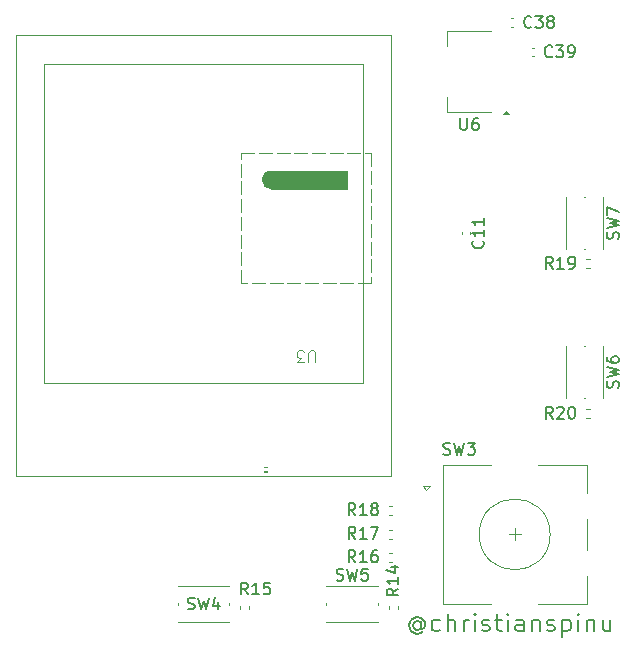
<source format=gbr>
%TF.GenerationSoftware,KiCad,Pcbnew,9.0.6*%
%TF.CreationDate,2025-12-31T21:00:04+02:00*%
%TF.ProjectId,MiPi,4d695069-2e6b-4696-9361-645f70636258,1.0*%
%TF.SameCoordinates,Original*%
%TF.FileFunction,Legend,Top*%
%TF.FilePolarity,Positive*%
%FSLAX46Y46*%
G04 Gerber Fmt 4.6, Leading zero omitted, Abs format (unit mm)*
G04 Created by KiCad (PCBNEW 9.0.6) date 2025-12-31 21:00:04*
%MOMM*%
%LPD*%
G01*
G04 APERTURE LIST*
%ADD10C,0.100000*%
%ADD11C,0.200000*%
%ADD12C,0.150000*%
%ADD13C,0.025000*%
%ADD14C,0.800000*%
%ADD15C,0.120000*%
G04 APERTURE END LIST*
D10*
X79300000Y-62050000D02*
X106300000Y-62050000D01*
X106300000Y-89050000D01*
X79300000Y-89050000D01*
X79300000Y-62050000D01*
X76900000Y-59650000D02*
X108700000Y-59650000D01*
X108700000Y-96970000D01*
X76900000Y-96970000D01*
X76900000Y-59650000D01*
D11*
X111187292Y-109391742D02*
X111115863Y-109320314D01*
X111115863Y-109320314D02*
X110973006Y-109248885D01*
X110973006Y-109248885D02*
X110830149Y-109248885D01*
X110830149Y-109248885D02*
X110687292Y-109320314D01*
X110687292Y-109320314D02*
X110615863Y-109391742D01*
X110615863Y-109391742D02*
X110544435Y-109534600D01*
X110544435Y-109534600D02*
X110544435Y-109677457D01*
X110544435Y-109677457D02*
X110615863Y-109820314D01*
X110615863Y-109820314D02*
X110687292Y-109891742D01*
X110687292Y-109891742D02*
X110830149Y-109963171D01*
X110830149Y-109963171D02*
X110973006Y-109963171D01*
X110973006Y-109963171D02*
X111115863Y-109891742D01*
X111115863Y-109891742D02*
X111187292Y-109820314D01*
X111187292Y-109248885D02*
X111187292Y-109820314D01*
X111187292Y-109820314D02*
X111258720Y-109891742D01*
X111258720Y-109891742D02*
X111330149Y-109891742D01*
X111330149Y-109891742D02*
X111473006Y-109820314D01*
X111473006Y-109820314D02*
X111544435Y-109677457D01*
X111544435Y-109677457D02*
X111544435Y-109320314D01*
X111544435Y-109320314D02*
X111401578Y-109106028D01*
X111401578Y-109106028D02*
X111187292Y-108963171D01*
X111187292Y-108963171D02*
X110901578Y-108891742D01*
X110901578Y-108891742D02*
X110615863Y-108963171D01*
X110615863Y-108963171D02*
X110401578Y-109106028D01*
X110401578Y-109106028D02*
X110258720Y-109320314D01*
X110258720Y-109320314D02*
X110187292Y-109606028D01*
X110187292Y-109606028D02*
X110258720Y-109891742D01*
X110258720Y-109891742D02*
X110401578Y-110106028D01*
X110401578Y-110106028D02*
X110615863Y-110248885D01*
X110615863Y-110248885D02*
X110901578Y-110320314D01*
X110901578Y-110320314D02*
X111187292Y-110248885D01*
X111187292Y-110248885D02*
X111401578Y-110106028D01*
X112830149Y-110034600D02*
X112687291Y-110106028D01*
X112687291Y-110106028D02*
X112401577Y-110106028D01*
X112401577Y-110106028D02*
X112258720Y-110034600D01*
X112258720Y-110034600D02*
X112187291Y-109963171D01*
X112187291Y-109963171D02*
X112115863Y-109820314D01*
X112115863Y-109820314D02*
X112115863Y-109391742D01*
X112115863Y-109391742D02*
X112187291Y-109248885D01*
X112187291Y-109248885D02*
X112258720Y-109177457D01*
X112258720Y-109177457D02*
X112401577Y-109106028D01*
X112401577Y-109106028D02*
X112687291Y-109106028D01*
X112687291Y-109106028D02*
X112830149Y-109177457D01*
X113473005Y-110106028D02*
X113473005Y-108606028D01*
X114115863Y-110106028D02*
X114115863Y-109320314D01*
X114115863Y-109320314D02*
X114044434Y-109177457D01*
X114044434Y-109177457D02*
X113901577Y-109106028D01*
X113901577Y-109106028D02*
X113687291Y-109106028D01*
X113687291Y-109106028D02*
X113544434Y-109177457D01*
X113544434Y-109177457D02*
X113473005Y-109248885D01*
X114830148Y-110106028D02*
X114830148Y-109106028D01*
X114830148Y-109391742D02*
X114901577Y-109248885D01*
X114901577Y-109248885D02*
X114973006Y-109177457D01*
X114973006Y-109177457D02*
X115115863Y-109106028D01*
X115115863Y-109106028D02*
X115258720Y-109106028D01*
X115758719Y-110106028D02*
X115758719Y-109106028D01*
X115758719Y-108606028D02*
X115687291Y-108677457D01*
X115687291Y-108677457D02*
X115758719Y-108748885D01*
X115758719Y-108748885D02*
X115830148Y-108677457D01*
X115830148Y-108677457D02*
X115758719Y-108606028D01*
X115758719Y-108606028D02*
X115758719Y-108748885D01*
X116401577Y-110034600D02*
X116544434Y-110106028D01*
X116544434Y-110106028D02*
X116830148Y-110106028D01*
X116830148Y-110106028D02*
X116973005Y-110034600D01*
X116973005Y-110034600D02*
X117044434Y-109891742D01*
X117044434Y-109891742D02*
X117044434Y-109820314D01*
X117044434Y-109820314D02*
X116973005Y-109677457D01*
X116973005Y-109677457D02*
X116830148Y-109606028D01*
X116830148Y-109606028D02*
X116615863Y-109606028D01*
X116615863Y-109606028D02*
X116473005Y-109534600D01*
X116473005Y-109534600D02*
X116401577Y-109391742D01*
X116401577Y-109391742D02*
X116401577Y-109320314D01*
X116401577Y-109320314D02*
X116473005Y-109177457D01*
X116473005Y-109177457D02*
X116615863Y-109106028D01*
X116615863Y-109106028D02*
X116830148Y-109106028D01*
X116830148Y-109106028D02*
X116973005Y-109177457D01*
X117473006Y-109106028D02*
X118044434Y-109106028D01*
X117687291Y-108606028D02*
X117687291Y-109891742D01*
X117687291Y-109891742D02*
X117758720Y-110034600D01*
X117758720Y-110034600D02*
X117901577Y-110106028D01*
X117901577Y-110106028D02*
X118044434Y-110106028D01*
X118544434Y-110106028D02*
X118544434Y-109106028D01*
X118544434Y-108606028D02*
X118473006Y-108677457D01*
X118473006Y-108677457D02*
X118544434Y-108748885D01*
X118544434Y-108748885D02*
X118615863Y-108677457D01*
X118615863Y-108677457D02*
X118544434Y-108606028D01*
X118544434Y-108606028D02*
X118544434Y-108748885D01*
X119901578Y-110106028D02*
X119901578Y-109320314D01*
X119901578Y-109320314D02*
X119830149Y-109177457D01*
X119830149Y-109177457D02*
X119687292Y-109106028D01*
X119687292Y-109106028D02*
X119401578Y-109106028D01*
X119401578Y-109106028D02*
X119258720Y-109177457D01*
X119901578Y-110034600D02*
X119758720Y-110106028D01*
X119758720Y-110106028D02*
X119401578Y-110106028D01*
X119401578Y-110106028D02*
X119258720Y-110034600D01*
X119258720Y-110034600D02*
X119187292Y-109891742D01*
X119187292Y-109891742D02*
X119187292Y-109748885D01*
X119187292Y-109748885D02*
X119258720Y-109606028D01*
X119258720Y-109606028D02*
X119401578Y-109534600D01*
X119401578Y-109534600D02*
X119758720Y-109534600D01*
X119758720Y-109534600D02*
X119901578Y-109463171D01*
X120615863Y-109106028D02*
X120615863Y-110106028D01*
X120615863Y-109248885D02*
X120687292Y-109177457D01*
X120687292Y-109177457D02*
X120830149Y-109106028D01*
X120830149Y-109106028D02*
X121044435Y-109106028D01*
X121044435Y-109106028D02*
X121187292Y-109177457D01*
X121187292Y-109177457D02*
X121258721Y-109320314D01*
X121258721Y-109320314D02*
X121258721Y-110106028D01*
X121901578Y-110034600D02*
X122044435Y-110106028D01*
X122044435Y-110106028D02*
X122330149Y-110106028D01*
X122330149Y-110106028D02*
X122473006Y-110034600D01*
X122473006Y-110034600D02*
X122544435Y-109891742D01*
X122544435Y-109891742D02*
X122544435Y-109820314D01*
X122544435Y-109820314D02*
X122473006Y-109677457D01*
X122473006Y-109677457D02*
X122330149Y-109606028D01*
X122330149Y-109606028D02*
X122115864Y-109606028D01*
X122115864Y-109606028D02*
X121973006Y-109534600D01*
X121973006Y-109534600D02*
X121901578Y-109391742D01*
X121901578Y-109391742D02*
X121901578Y-109320314D01*
X121901578Y-109320314D02*
X121973006Y-109177457D01*
X121973006Y-109177457D02*
X122115864Y-109106028D01*
X122115864Y-109106028D02*
X122330149Y-109106028D01*
X122330149Y-109106028D02*
X122473006Y-109177457D01*
X123187292Y-109106028D02*
X123187292Y-110606028D01*
X123187292Y-109177457D02*
X123330150Y-109106028D01*
X123330150Y-109106028D02*
X123615864Y-109106028D01*
X123615864Y-109106028D02*
X123758721Y-109177457D01*
X123758721Y-109177457D02*
X123830150Y-109248885D01*
X123830150Y-109248885D02*
X123901578Y-109391742D01*
X123901578Y-109391742D02*
X123901578Y-109820314D01*
X123901578Y-109820314D02*
X123830150Y-109963171D01*
X123830150Y-109963171D02*
X123758721Y-110034600D01*
X123758721Y-110034600D02*
X123615864Y-110106028D01*
X123615864Y-110106028D02*
X123330150Y-110106028D01*
X123330150Y-110106028D02*
X123187292Y-110034600D01*
X124544435Y-110106028D02*
X124544435Y-109106028D01*
X124544435Y-108606028D02*
X124473007Y-108677457D01*
X124473007Y-108677457D02*
X124544435Y-108748885D01*
X124544435Y-108748885D02*
X124615864Y-108677457D01*
X124615864Y-108677457D02*
X124544435Y-108606028D01*
X124544435Y-108606028D02*
X124544435Y-108748885D01*
X125258721Y-109106028D02*
X125258721Y-110106028D01*
X125258721Y-109248885D02*
X125330150Y-109177457D01*
X125330150Y-109177457D02*
X125473007Y-109106028D01*
X125473007Y-109106028D02*
X125687293Y-109106028D01*
X125687293Y-109106028D02*
X125830150Y-109177457D01*
X125830150Y-109177457D02*
X125901579Y-109320314D01*
X125901579Y-109320314D02*
X125901579Y-110106028D01*
X127258722Y-109106028D02*
X127258722Y-110106028D01*
X126615864Y-109106028D02*
X126615864Y-109891742D01*
X126615864Y-109891742D02*
X126687293Y-110034600D01*
X126687293Y-110034600D02*
X126830150Y-110106028D01*
X126830150Y-110106028D02*
X127044436Y-110106028D01*
X127044436Y-110106028D02*
X127187293Y-110034600D01*
X127187293Y-110034600D02*
X127258722Y-109963171D01*
D10*
X102251904Y-87322580D02*
X102251904Y-86513057D01*
X102251904Y-86513057D02*
X102204285Y-86417819D01*
X102204285Y-86417819D02*
X102156666Y-86370200D01*
X102156666Y-86370200D02*
X102061428Y-86322580D01*
X102061428Y-86322580D02*
X101870952Y-86322580D01*
X101870952Y-86322580D02*
X101775714Y-86370200D01*
X101775714Y-86370200D02*
X101728095Y-86417819D01*
X101728095Y-86417819D02*
X101680476Y-86513057D01*
X101680476Y-86513057D02*
X101680476Y-87322580D01*
X101299523Y-87322580D02*
X100680476Y-87322580D01*
X100680476Y-87322580D02*
X101013809Y-86941628D01*
X101013809Y-86941628D02*
X100870952Y-86941628D01*
X100870952Y-86941628D02*
X100775714Y-86894009D01*
X100775714Y-86894009D02*
X100728095Y-86846390D01*
X100728095Y-86846390D02*
X100680476Y-86751152D01*
X100680476Y-86751152D02*
X100680476Y-86513057D01*
X100680476Y-86513057D02*
X100728095Y-86417819D01*
X100728095Y-86417819D02*
X100775714Y-86370200D01*
X100775714Y-86370200D02*
X100870952Y-86322580D01*
X100870952Y-86322580D02*
X101156666Y-86322580D01*
X101156666Y-86322580D02*
X101251904Y-86370200D01*
X101251904Y-86370200D02*
X101299523Y-86417819D01*
D12*
X122317142Y-61409580D02*
X122269523Y-61457200D01*
X122269523Y-61457200D02*
X122126666Y-61504819D01*
X122126666Y-61504819D02*
X122031428Y-61504819D01*
X122031428Y-61504819D02*
X121888571Y-61457200D01*
X121888571Y-61457200D02*
X121793333Y-61361961D01*
X121793333Y-61361961D02*
X121745714Y-61266723D01*
X121745714Y-61266723D02*
X121698095Y-61076247D01*
X121698095Y-61076247D02*
X121698095Y-60933390D01*
X121698095Y-60933390D02*
X121745714Y-60742914D01*
X121745714Y-60742914D02*
X121793333Y-60647676D01*
X121793333Y-60647676D02*
X121888571Y-60552438D01*
X121888571Y-60552438D02*
X122031428Y-60504819D01*
X122031428Y-60504819D02*
X122126666Y-60504819D01*
X122126666Y-60504819D02*
X122269523Y-60552438D01*
X122269523Y-60552438D02*
X122317142Y-60600057D01*
X122650476Y-60504819D02*
X123269523Y-60504819D01*
X123269523Y-60504819D02*
X122936190Y-60885771D01*
X122936190Y-60885771D02*
X123079047Y-60885771D01*
X123079047Y-60885771D02*
X123174285Y-60933390D01*
X123174285Y-60933390D02*
X123221904Y-60981009D01*
X123221904Y-60981009D02*
X123269523Y-61076247D01*
X123269523Y-61076247D02*
X123269523Y-61314342D01*
X123269523Y-61314342D02*
X123221904Y-61409580D01*
X123221904Y-61409580D02*
X123174285Y-61457200D01*
X123174285Y-61457200D02*
X123079047Y-61504819D01*
X123079047Y-61504819D02*
X122793333Y-61504819D01*
X122793333Y-61504819D02*
X122698095Y-61457200D01*
X122698095Y-61457200D02*
X122650476Y-61409580D01*
X123745714Y-61504819D02*
X123936190Y-61504819D01*
X123936190Y-61504819D02*
X124031428Y-61457200D01*
X124031428Y-61457200D02*
X124079047Y-61409580D01*
X124079047Y-61409580D02*
X124174285Y-61266723D01*
X124174285Y-61266723D02*
X124221904Y-61076247D01*
X124221904Y-61076247D02*
X124221904Y-60695295D01*
X124221904Y-60695295D02*
X124174285Y-60600057D01*
X124174285Y-60600057D02*
X124126666Y-60552438D01*
X124126666Y-60552438D02*
X124031428Y-60504819D01*
X124031428Y-60504819D02*
X123840952Y-60504819D01*
X123840952Y-60504819D02*
X123745714Y-60552438D01*
X123745714Y-60552438D02*
X123698095Y-60600057D01*
X123698095Y-60600057D02*
X123650476Y-60695295D01*
X123650476Y-60695295D02*
X123650476Y-60933390D01*
X123650476Y-60933390D02*
X123698095Y-61028628D01*
X123698095Y-61028628D02*
X123745714Y-61076247D01*
X123745714Y-61076247D02*
X123840952Y-61123866D01*
X123840952Y-61123866D02*
X124031428Y-61123866D01*
X124031428Y-61123866D02*
X124126666Y-61076247D01*
X124126666Y-61076247D02*
X124174285Y-61028628D01*
X124174285Y-61028628D02*
X124221904Y-60933390D01*
X127907200Y-89483332D02*
X127954819Y-89340475D01*
X127954819Y-89340475D02*
X127954819Y-89102380D01*
X127954819Y-89102380D02*
X127907200Y-89007142D01*
X127907200Y-89007142D02*
X127859580Y-88959523D01*
X127859580Y-88959523D02*
X127764342Y-88911904D01*
X127764342Y-88911904D02*
X127669104Y-88911904D01*
X127669104Y-88911904D02*
X127573866Y-88959523D01*
X127573866Y-88959523D02*
X127526247Y-89007142D01*
X127526247Y-89007142D02*
X127478628Y-89102380D01*
X127478628Y-89102380D02*
X127431009Y-89292856D01*
X127431009Y-89292856D02*
X127383390Y-89388094D01*
X127383390Y-89388094D02*
X127335771Y-89435713D01*
X127335771Y-89435713D02*
X127240533Y-89483332D01*
X127240533Y-89483332D02*
X127145295Y-89483332D01*
X127145295Y-89483332D02*
X127050057Y-89435713D01*
X127050057Y-89435713D02*
X127002438Y-89388094D01*
X127002438Y-89388094D02*
X126954819Y-89292856D01*
X126954819Y-89292856D02*
X126954819Y-89054761D01*
X126954819Y-89054761D02*
X127002438Y-88911904D01*
X126954819Y-88578570D02*
X127954819Y-88340475D01*
X127954819Y-88340475D02*
X127240533Y-88149999D01*
X127240533Y-88149999D02*
X127954819Y-87959523D01*
X127954819Y-87959523D02*
X126954819Y-87721428D01*
X126954819Y-86911904D02*
X126954819Y-87102380D01*
X126954819Y-87102380D02*
X127002438Y-87197618D01*
X127002438Y-87197618D02*
X127050057Y-87245237D01*
X127050057Y-87245237D02*
X127192914Y-87340475D01*
X127192914Y-87340475D02*
X127383390Y-87388094D01*
X127383390Y-87388094D02*
X127764342Y-87388094D01*
X127764342Y-87388094D02*
X127859580Y-87340475D01*
X127859580Y-87340475D02*
X127907200Y-87292856D01*
X127907200Y-87292856D02*
X127954819Y-87197618D01*
X127954819Y-87197618D02*
X127954819Y-87007142D01*
X127954819Y-87007142D02*
X127907200Y-86911904D01*
X127907200Y-86911904D02*
X127859580Y-86864285D01*
X127859580Y-86864285D02*
X127764342Y-86816666D01*
X127764342Y-86816666D02*
X127526247Y-86816666D01*
X127526247Y-86816666D02*
X127431009Y-86864285D01*
X127431009Y-86864285D02*
X127383390Y-86911904D01*
X127383390Y-86911904D02*
X127335771Y-87007142D01*
X127335771Y-87007142D02*
X127335771Y-87197618D01*
X127335771Y-87197618D02*
X127383390Y-87292856D01*
X127383390Y-87292856D02*
X127431009Y-87340475D01*
X127431009Y-87340475D02*
X127526247Y-87388094D01*
X104066667Y-105757200D02*
X104209524Y-105804819D01*
X104209524Y-105804819D02*
X104447619Y-105804819D01*
X104447619Y-105804819D02*
X104542857Y-105757200D01*
X104542857Y-105757200D02*
X104590476Y-105709580D01*
X104590476Y-105709580D02*
X104638095Y-105614342D01*
X104638095Y-105614342D02*
X104638095Y-105519104D01*
X104638095Y-105519104D02*
X104590476Y-105423866D01*
X104590476Y-105423866D02*
X104542857Y-105376247D01*
X104542857Y-105376247D02*
X104447619Y-105328628D01*
X104447619Y-105328628D02*
X104257143Y-105281009D01*
X104257143Y-105281009D02*
X104161905Y-105233390D01*
X104161905Y-105233390D02*
X104114286Y-105185771D01*
X104114286Y-105185771D02*
X104066667Y-105090533D01*
X104066667Y-105090533D02*
X104066667Y-104995295D01*
X104066667Y-104995295D02*
X104114286Y-104900057D01*
X104114286Y-104900057D02*
X104161905Y-104852438D01*
X104161905Y-104852438D02*
X104257143Y-104804819D01*
X104257143Y-104804819D02*
X104495238Y-104804819D01*
X104495238Y-104804819D02*
X104638095Y-104852438D01*
X104971429Y-104804819D02*
X105209524Y-105804819D01*
X105209524Y-105804819D02*
X105400000Y-105090533D01*
X105400000Y-105090533D02*
X105590476Y-105804819D01*
X105590476Y-105804819D02*
X105828572Y-104804819D01*
X106685714Y-104804819D02*
X106209524Y-104804819D01*
X106209524Y-104804819D02*
X106161905Y-105281009D01*
X106161905Y-105281009D02*
X106209524Y-105233390D01*
X106209524Y-105233390D02*
X106304762Y-105185771D01*
X106304762Y-105185771D02*
X106542857Y-105185771D01*
X106542857Y-105185771D02*
X106638095Y-105233390D01*
X106638095Y-105233390D02*
X106685714Y-105281009D01*
X106685714Y-105281009D02*
X106733333Y-105376247D01*
X106733333Y-105376247D02*
X106733333Y-105614342D01*
X106733333Y-105614342D02*
X106685714Y-105709580D01*
X106685714Y-105709580D02*
X106638095Y-105757200D01*
X106638095Y-105757200D02*
X106542857Y-105804819D01*
X106542857Y-105804819D02*
X106304762Y-105804819D01*
X106304762Y-105804819D02*
X106209524Y-105757200D01*
X106209524Y-105757200D02*
X106161905Y-105709580D01*
X105657142Y-100274819D02*
X105323809Y-99798628D01*
X105085714Y-100274819D02*
X105085714Y-99274819D01*
X105085714Y-99274819D02*
X105466666Y-99274819D01*
X105466666Y-99274819D02*
X105561904Y-99322438D01*
X105561904Y-99322438D02*
X105609523Y-99370057D01*
X105609523Y-99370057D02*
X105657142Y-99465295D01*
X105657142Y-99465295D02*
X105657142Y-99608152D01*
X105657142Y-99608152D02*
X105609523Y-99703390D01*
X105609523Y-99703390D02*
X105561904Y-99751009D01*
X105561904Y-99751009D02*
X105466666Y-99798628D01*
X105466666Y-99798628D02*
X105085714Y-99798628D01*
X106609523Y-100274819D02*
X106038095Y-100274819D01*
X106323809Y-100274819D02*
X106323809Y-99274819D01*
X106323809Y-99274819D02*
X106228571Y-99417676D01*
X106228571Y-99417676D02*
X106133333Y-99512914D01*
X106133333Y-99512914D02*
X106038095Y-99560533D01*
X107180952Y-99703390D02*
X107085714Y-99655771D01*
X107085714Y-99655771D02*
X107038095Y-99608152D01*
X107038095Y-99608152D02*
X106990476Y-99512914D01*
X106990476Y-99512914D02*
X106990476Y-99465295D01*
X106990476Y-99465295D02*
X107038095Y-99370057D01*
X107038095Y-99370057D02*
X107085714Y-99322438D01*
X107085714Y-99322438D02*
X107180952Y-99274819D01*
X107180952Y-99274819D02*
X107371428Y-99274819D01*
X107371428Y-99274819D02*
X107466666Y-99322438D01*
X107466666Y-99322438D02*
X107514285Y-99370057D01*
X107514285Y-99370057D02*
X107561904Y-99465295D01*
X107561904Y-99465295D02*
X107561904Y-99512914D01*
X107561904Y-99512914D02*
X107514285Y-99608152D01*
X107514285Y-99608152D02*
X107466666Y-99655771D01*
X107466666Y-99655771D02*
X107371428Y-99703390D01*
X107371428Y-99703390D02*
X107180952Y-99703390D01*
X107180952Y-99703390D02*
X107085714Y-99751009D01*
X107085714Y-99751009D02*
X107038095Y-99798628D01*
X107038095Y-99798628D02*
X106990476Y-99893866D01*
X106990476Y-99893866D02*
X106990476Y-100084342D01*
X106990476Y-100084342D02*
X107038095Y-100179580D01*
X107038095Y-100179580D02*
X107085714Y-100227200D01*
X107085714Y-100227200D02*
X107180952Y-100274819D01*
X107180952Y-100274819D02*
X107371428Y-100274819D01*
X107371428Y-100274819D02*
X107466666Y-100227200D01*
X107466666Y-100227200D02*
X107514285Y-100179580D01*
X107514285Y-100179580D02*
X107561904Y-100084342D01*
X107561904Y-100084342D02*
X107561904Y-99893866D01*
X107561904Y-99893866D02*
X107514285Y-99798628D01*
X107514285Y-99798628D02*
X107466666Y-99751009D01*
X107466666Y-99751009D02*
X107371428Y-99703390D01*
X116439580Y-77042857D02*
X116487200Y-77090476D01*
X116487200Y-77090476D02*
X116534819Y-77233333D01*
X116534819Y-77233333D02*
X116534819Y-77328571D01*
X116534819Y-77328571D02*
X116487200Y-77471428D01*
X116487200Y-77471428D02*
X116391961Y-77566666D01*
X116391961Y-77566666D02*
X116296723Y-77614285D01*
X116296723Y-77614285D02*
X116106247Y-77661904D01*
X116106247Y-77661904D02*
X115963390Y-77661904D01*
X115963390Y-77661904D02*
X115772914Y-77614285D01*
X115772914Y-77614285D02*
X115677676Y-77566666D01*
X115677676Y-77566666D02*
X115582438Y-77471428D01*
X115582438Y-77471428D02*
X115534819Y-77328571D01*
X115534819Y-77328571D02*
X115534819Y-77233333D01*
X115534819Y-77233333D02*
X115582438Y-77090476D01*
X115582438Y-77090476D02*
X115630057Y-77042857D01*
X116534819Y-76090476D02*
X116534819Y-76661904D01*
X116534819Y-76376190D02*
X115534819Y-76376190D01*
X115534819Y-76376190D02*
X115677676Y-76471428D01*
X115677676Y-76471428D02*
X115772914Y-76566666D01*
X115772914Y-76566666D02*
X115820533Y-76661904D01*
X116534819Y-75138095D02*
X116534819Y-75709523D01*
X116534819Y-75423809D02*
X115534819Y-75423809D01*
X115534819Y-75423809D02*
X115677676Y-75519047D01*
X115677676Y-75519047D02*
X115772914Y-75614285D01*
X115772914Y-75614285D02*
X115820533Y-75709523D01*
X122357142Y-79404819D02*
X122023809Y-78928628D01*
X121785714Y-79404819D02*
X121785714Y-78404819D01*
X121785714Y-78404819D02*
X122166666Y-78404819D01*
X122166666Y-78404819D02*
X122261904Y-78452438D01*
X122261904Y-78452438D02*
X122309523Y-78500057D01*
X122309523Y-78500057D02*
X122357142Y-78595295D01*
X122357142Y-78595295D02*
X122357142Y-78738152D01*
X122357142Y-78738152D02*
X122309523Y-78833390D01*
X122309523Y-78833390D02*
X122261904Y-78881009D01*
X122261904Y-78881009D02*
X122166666Y-78928628D01*
X122166666Y-78928628D02*
X121785714Y-78928628D01*
X123309523Y-79404819D02*
X122738095Y-79404819D01*
X123023809Y-79404819D02*
X123023809Y-78404819D01*
X123023809Y-78404819D02*
X122928571Y-78547676D01*
X122928571Y-78547676D02*
X122833333Y-78642914D01*
X122833333Y-78642914D02*
X122738095Y-78690533D01*
X123785714Y-79404819D02*
X123976190Y-79404819D01*
X123976190Y-79404819D02*
X124071428Y-79357200D01*
X124071428Y-79357200D02*
X124119047Y-79309580D01*
X124119047Y-79309580D02*
X124214285Y-79166723D01*
X124214285Y-79166723D02*
X124261904Y-78976247D01*
X124261904Y-78976247D02*
X124261904Y-78595295D01*
X124261904Y-78595295D02*
X124214285Y-78500057D01*
X124214285Y-78500057D02*
X124166666Y-78452438D01*
X124166666Y-78452438D02*
X124071428Y-78404819D01*
X124071428Y-78404819D02*
X123880952Y-78404819D01*
X123880952Y-78404819D02*
X123785714Y-78452438D01*
X123785714Y-78452438D02*
X123738095Y-78500057D01*
X123738095Y-78500057D02*
X123690476Y-78595295D01*
X123690476Y-78595295D02*
X123690476Y-78833390D01*
X123690476Y-78833390D02*
X123738095Y-78928628D01*
X123738095Y-78928628D02*
X123785714Y-78976247D01*
X123785714Y-78976247D02*
X123880952Y-79023866D01*
X123880952Y-79023866D02*
X124071428Y-79023866D01*
X124071428Y-79023866D02*
X124166666Y-78976247D01*
X124166666Y-78976247D02*
X124214285Y-78928628D01*
X124214285Y-78928628D02*
X124261904Y-78833390D01*
X105657142Y-102264819D02*
X105323809Y-101788628D01*
X105085714Y-102264819D02*
X105085714Y-101264819D01*
X105085714Y-101264819D02*
X105466666Y-101264819D01*
X105466666Y-101264819D02*
X105561904Y-101312438D01*
X105561904Y-101312438D02*
X105609523Y-101360057D01*
X105609523Y-101360057D02*
X105657142Y-101455295D01*
X105657142Y-101455295D02*
X105657142Y-101598152D01*
X105657142Y-101598152D02*
X105609523Y-101693390D01*
X105609523Y-101693390D02*
X105561904Y-101741009D01*
X105561904Y-101741009D02*
X105466666Y-101788628D01*
X105466666Y-101788628D02*
X105085714Y-101788628D01*
X106609523Y-102264819D02*
X106038095Y-102264819D01*
X106323809Y-102264819D02*
X106323809Y-101264819D01*
X106323809Y-101264819D02*
X106228571Y-101407676D01*
X106228571Y-101407676D02*
X106133333Y-101502914D01*
X106133333Y-101502914D02*
X106038095Y-101550533D01*
X106942857Y-101264819D02*
X107609523Y-101264819D01*
X107609523Y-101264819D02*
X107180952Y-102264819D01*
X96557142Y-106979819D02*
X96223809Y-106503628D01*
X95985714Y-106979819D02*
X95985714Y-105979819D01*
X95985714Y-105979819D02*
X96366666Y-105979819D01*
X96366666Y-105979819D02*
X96461904Y-106027438D01*
X96461904Y-106027438D02*
X96509523Y-106075057D01*
X96509523Y-106075057D02*
X96557142Y-106170295D01*
X96557142Y-106170295D02*
X96557142Y-106313152D01*
X96557142Y-106313152D02*
X96509523Y-106408390D01*
X96509523Y-106408390D02*
X96461904Y-106456009D01*
X96461904Y-106456009D02*
X96366666Y-106503628D01*
X96366666Y-106503628D02*
X95985714Y-106503628D01*
X97509523Y-106979819D02*
X96938095Y-106979819D01*
X97223809Y-106979819D02*
X97223809Y-105979819D01*
X97223809Y-105979819D02*
X97128571Y-106122676D01*
X97128571Y-106122676D02*
X97033333Y-106217914D01*
X97033333Y-106217914D02*
X96938095Y-106265533D01*
X98414285Y-105979819D02*
X97938095Y-105979819D01*
X97938095Y-105979819D02*
X97890476Y-106456009D01*
X97890476Y-106456009D02*
X97938095Y-106408390D01*
X97938095Y-106408390D02*
X98033333Y-106360771D01*
X98033333Y-106360771D02*
X98271428Y-106360771D01*
X98271428Y-106360771D02*
X98366666Y-106408390D01*
X98366666Y-106408390D02*
X98414285Y-106456009D01*
X98414285Y-106456009D02*
X98461904Y-106551247D01*
X98461904Y-106551247D02*
X98461904Y-106789342D01*
X98461904Y-106789342D02*
X98414285Y-106884580D01*
X98414285Y-106884580D02*
X98366666Y-106932200D01*
X98366666Y-106932200D02*
X98271428Y-106979819D01*
X98271428Y-106979819D02*
X98033333Y-106979819D01*
X98033333Y-106979819D02*
X97938095Y-106932200D01*
X97938095Y-106932200D02*
X97890476Y-106884580D01*
X114538095Y-66654819D02*
X114538095Y-67464342D01*
X114538095Y-67464342D02*
X114585714Y-67559580D01*
X114585714Y-67559580D02*
X114633333Y-67607200D01*
X114633333Y-67607200D02*
X114728571Y-67654819D01*
X114728571Y-67654819D02*
X114919047Y-67654819D01*
X114919047Y-67654819D02*
X115014285Y-67607200D01*
X115014285Y-67607200D02*
X115061904Y-67559580D01*
X115061904Y-67559580D02*
X115109523Y-67464342D01*
X115109523Y-67464342D02*
X115109523Y-66654819D01*
X116014285Y-66654819D02*
X115823809Y-66654819D01*
X115823809Y-66654819D02*
X115728571Y-66702438D01*
X115728571Y-66702438D02*
X115680952Y-66750057D01*
X115680952Y-66750057D02*
X115585714Y-66892914D01*
X115585714Y-66892914D02*
X115538095Y-67083390D01*
X115538095Y-67083390D02*
X115538095Y-67464342D01*
X115538095Y-67464342D02*
X115585714Y-67559580D01*
X115585714Y-67559580D02*
X115633333Y-67607200D01*
X115633333Y-67607200D02*
X115728571Y-67654819D01*
X115728571Y-67654819D02*
X115919047Y-67654819D01*
X115919047Y-67654819D02*
X116014285Y-67607200D01*
X116014285Y-67607200D02*
X116061904Y-67559580D01*
X116061904Y-67559580D02*
X116109523Y-67464342D01*
X116109523Y-67464342D02*
X116109523Y-67226247D01*
X116109523Y-67226247D02*
X116061904Y-67131009D01*
X116061904Y-67131009D02*
X116014285Y-67083390D01*
X116014285Y-67083390D02*
X115919047Y-67035771D01*
X115919047Y-67035771D02*
X115728571Y-67035771D01*
X115728571Y-67035771D02*
X115633333Y-67083390D01*
X115633333Y-67083390D02*
X115585714Y-67131009D01*
X115585714Y-67131009D02*
X115538095Y-67226247D01*
X91466667Y-108207200D02*
X91609524Y-108254819D01*
X91609524Y-108254819D02*
X91847619Y-108254819D01*
X91847619Y-108254819D02*
X91942857Y-108207200D01*
X91942857Y-108207200D02*
X91990476Y-108159580D01*
X91990476Y-108159580D02*
X92038095Y-108064342D01*
X92038095Y-108064342D02*
X92038095Y-107969104D01*
X92038095Y-107969104D02*
X91990476Y-107873866D01*
X91990476Y-107873866D02*
X91942857Y-107826247D01*
X91942857Y-107826247D02*
X91847619Y-107778628D01*
X91847619Y-107778628D02*
X91657143Y-107731009D01*
X91657143Y-107731009D02*
X91561905Y-107683390D01*
X91561905Y-107683390D02*
X91514286Y-107635771D01*
X91514286Y-107635771D02*
X91466667Y-107540533D01*
X91466667Y-107540533D02*
X91466667Y-107445295D01*
X91466667Y-107445295D02*
X91514286Y-107350057D01*
X91514286Y-107350057D02*
X91561905Y-107302438D01*
X91561905Y-107302438D02*
X91657143Y-107254819D01*
X91657143Y-107254819D02*
X91895238Y-107254819D01*
X91895238Y-107254819D02*
X92038095Y-107302438D01*
X92371429Y-107254819D02*
X92609524Y-108254819D01*
X92609524Y-108254819D02*
X92800000Y-107540533D01*
X92800000Y-107540533D02*
X92990476Y-108254819D01*
X92990476Y-108254819D02*
X93228572Y-107254819D01*
X94038095Y-107588152D02*
X94038095Y-108254819D01*
X93800000Y-107207200D02*
X93561905Y-107921485D01*
X93561905Y-107921485D02*
X94180952Y-107921485D01*
X105657142Y-104254819D02*
X105323809Y-103778628D01*
X105085714Y-104254819D02*
X105085714Y-103254819D01*
X105085714Y-103254819D02*
X105466666Y-103254819D01*
X105466666Y-103254819D02*
X105561904Y-103302438D01*
X105561904Y-103302438D02*
X105609523Y-103350057D01*
X105609523Y-103350057D02*
X105657142Y-103445295D01*
X105657142Y-103445295D02*
X105657142Y-103588152D01*
X105657142Y-103588152D02*
X105609523Y-103683390D01*
X105609523Y-103683390D02*
X105561904Y-103731009D01*
X105561904Y-103731009D02*
X105466666Y-103778628D01*
X105466666Y-103778628D02*
X105085714Y-103778628D01*
X106609523Y-104254819D02*
X106038095Y-104254819D01*
X106323809Y-104254819D02*
X106323809Y-103254819D01*
X106323809Y-103254819D02*
X106228571Y-103397676D01*
X106228571Y-103397676D02*
X106133333Y-103492914D01*
X106133333Y-103492914D02*
X106038095Y-103540533D01*
X107466666Y-103254819D02*
X107276190Y-103254819D01*
X107276190Y-103254819D02*
X107180952Y-103302438D01*
X107180952Y-103302438D02*
X107133333Y-103350057D01*
X107133333Y-103350057D02*
X107038095Y-103492914D01*
X107038095Y-103492914D02*
X106990476Y-103683390D01*
X106990476Y-103683390D02*
X106990476Y-104064342D01*
X106990476Y-104064342D02*
X107038095Y-104159580D01*
X107038095Y-104159580D02*
X107085714Y-104207200D01*
X107085714Y-104207200D02*
X107180952Y-104254819D01*
X107180952Y-104254819D02*
X107371428Y-104254819D01*
X107371428Y-104254819D02*
X107466666Y-104207200D01*
X107466666Y-104207200D02*
X107514285Y-104159580D01*
X107514285Y-104159580D02*
X107561904Y-104064342D01*
X107561904Y-104064342D02*
X107561904Y-103826247D01*
X107561904Y-103826247D02*
X107514285Y-103731009D01*
X107514285Y-103731009D02*
X107466666Y-103683390D01*
X107466666Y-103683390D02*
X107371428Y-103635771D01*
X107371428Y-103635771D02*
X107180952Y-103635771D01*
X107180952Y-103635771D02*
X107085714Y-103683390D01*
X107085714Y-103683390D02*
X107038095Y-103731009D01*
X107038095Y-103731009D02*
X106990476Y-103826247D01*
X113116667Y-95107200D02*
X113259524Y-95154819D01*
X113259524Y-95154819D02*
X113497619Y-95154819D01*
X113497619Y-95154819D02*
X113592857Y-95107200D01*
X113592857Y-95107200D02*
X113640476Y-95059580D01*
X113640476Y-95059580D02*
X113688095Y-94964342D01*
X113688095Y-94964342D02*
X113688095Y-94869104D01*
X113688095Y-94869104D02*
X113640476Y-94773866D01*
X113640476Y-94773866D02*
X113592857Y-94726247D01*
X113592857Y-94726247D02*
X113497619Y-94678628D01*
X113497619Y-94678628D02*
X113307143Y-94631009D01*
X113307143Y-94631009D02*
X113211905Y-94583390D01*
X113211905Y-94583390D02*
X113164286Y-94535771D01*
X113164286Y-94535771D02*
X113116667Y-94440533D01*
X113116667Y-94440533D02*
X113116667Y-94345295D01*
X113116667Y-94345295D02*
X113164286Y-94250057D01*
X113164286Y-94250057D02*
X113211905Y-94202438D01*
X113211905Y-94202438D02*
X113307143Y-94154819D01*
X113307143Y-94154819D02*
X113545238Y-94154819D01*
X113545238Y-94154819D02*
X113688095Y-94202438D01*
X114021429Y-94154819D02*
X114259524Y-95154819D01*
X114259524Y-95154819D02*
X114450000Y-94440533D01*
X114450000Y-94440533D02*
X114640476Y-95154819D01*
X114640476Y-95154819D02*
X114878572Y-94154819D01*
X115164286Y-94154819D02*
X115783333Y-94154819D01*
X115783333Y-94154819D02*
X115450000Y-94535771D01*
X115450000Y-94535771D02*
X115592857Y-94535771D01*
X115592857Y-94535771D02*
X115688095Y-94583390D01*
X115688095Y-94583390D02*
X115735714Y-94631009D01*
X115735714Y-94631009D02*
X115783333Y-94726247D01*
X115783333Y-94726247D02*
X115783333Y-94964342D01*
X115783333Y-94964342D02*
X115735714Y-95059580D01*
X115735714Y-95059580D02*
X115688095Y-95107200D01*
X115688095Y-95107200D02*
X115592857Y-95154819D01*
X115592857Y-95154819D02*
X115307143Y-95154819D01*
X115307143Y-95154819D02*
X115211905Y-95107200D01*
X115211905Y-95107200D02*
X115164286Y-95059580D01*
X109304819Y-106482857D02*
X108828628Y-106816190D01*
X109304819Y-107054285D02*
X108304819Y-107054285D01*
X108304819Y-107054285D02*
X108304819Y-106673333D01*
X108304819Y-106673333D02*
X108352438Y-106578095D01*
X108352438Y-106578095D02*
X108400057Y-106530476D01*
X108400057Y-106530476D02*
X108495295Y-106482857D01*
X108495295Y-106482857D02*
X108638152Y-106482857D01*
X108638152Y-106482857D02*
X108733390Y-106530476D01*
X108733390Y-106530476D02*
X108781009Y-106578095D01*
X108781009Y-106578095D02*
X108828628Y-106673333D01*
X108828628Y-106673333D02*
X108828628Y-107054285D01*
X109304819Y-105530476D02*
X109304819Y-106101904D01*
X109304819Y-105816190D02*
X108304819Y-105816190D01*
X108304819Y-105816190D02*
X108447676Y-105911428D01*
X108447676Y-105911428D02*
X108542914Y-106006666D01*
X108542914Y-106006666D02*
X108590533Y-106101904D01*
X108638152Y-104673333D02*
X109304819Y-104673333D01*
X108257200Y-104911428D02*
X108971485Y-105149523D01*
X108971485Y-105149523D02*
X108971485Y-104530476D01*
X120557142Y-58909580D02*
X120509523Y-58957200D01*
X120509523Y-58957200D02*
X120366666Y-59004819D01*
X120366666Y-59004819D02*
X120271428Y-59004819D01*
X120271428Y-59004819D02*
X120128571Y-58957200D01*
X120128571Y-58957200D02*
X120033333Y-58861961D01*
X120033333Y-58861961D02*
X119985714Y-58766723D01*
X119985714Y-58766723D02*
X119938095Y-58576247D01*
X119938095Y-58576247D02*
X119938095Y-58433390D01*
X119938095Y-58433390D02*
X119985714Y-58242914D01*
X119985714Y-58242914D02*
X120033333Y-58147676D01*
X120033333Y-58147676D02*
X120128571Y-58052438D01*
X120128571Y-58052438D02*
X120271428Y-58004819D01*
X120271428Y-58004819D02*
X120366666Y-58004819D01*
X120366666Y-58004819D02*
X120509523Y-58052438D01*
X120509523Y-58052438D02*
X120557142Y-58100057D01*
X120890476Y-58004819D02*
X121509523Y-58004819D01*
X121509523Y-58004819D02*
X121176190Y-58385771D01*
X121176190Y-58385771D02*
X121319047Y-58385771D01*
X121319047Y-58385771D02*
X121414285Y-58433390D01*
X121414285Y-58433390D02*
X121461904Y-58481009D01*
X121461904Y-58481009D02*
X121509523Y-58576247D01*
X121509523Y-58576247D02*
X121509523Y-58814342D01*
X121509523Y-58814342D02*
X121461904Y-58909580D01*
X121461904Y-58909580D02*
X121414285Y-58957200D01*
X121414285Y-58957200D02*
X121319047Y-59004819D01*
X121319047Y-59004819D02*
X121033333Y-59004819D01*
X121033333Y-59004819D02*
X120938095Y-58957200D01*
X120938095Y-58957200D02*
X120890476Y-58909580D01*
X122080952Y-58433390D02*
X121985714Y-58385771D01*
X121985714Y-58385771D02*
X121938095Y-58338152D01*
X121938095Y-58338152D02*
X121890476Y-58242914D01*
X121890476Y-58242914D02*
X121890476Y-58195295D01*
X121890476Y-58195295D02*
X121938095Y-58100057D01*
X121938095Y-58100057D02*
X121985714Y-58052438D01*
X121985714Y-58052438D02*
X122080952Y-58004819D01*
X122080952Y-58004819D02*
X122271428Y-58004819D01*
X122271428Y-58004819D02*
X122366666Y-58052438D01*
X122366666Y-58052438D02*
X122414285Y-58100057D01*
X122414285Y-58100057D02*
X122461904Y-58195295D01*
X122461904Y-58195295D02*
X122461904Y-58242914D01*
X122461904Y-58242914D02*
X122414285Y-58338152D01*
X122414285Y-58338152D02*
X122366666Y-58385771D01*
X122366666Y-58385771D02*
X122271428Y-58433390D01*
X122271428Y-58433390D02*
X122080952Y-58433390D01*
X122080952Y-58433390D02*
X121985714Y-58481009D01*
X121985714Y-58481009D02*
X121938095Y-58528628D01*
X121938095Y-58528628D02*
X121890476Y-58623866D01*
X121890476Y-58623866D02*
X121890476Y-58814342D01*
X121890476Y-58814342D02*
X121938095Y-58909580D01*
X121938095Y-58909580D02*
X121985714Y-58957200D01*
X121985714Y-58957200D02*
X122080952Y-59004819D01*
X122080952Y-59004819D02*
X122271428Y-59004819D01*
X122271428Y-59004819D02*
X122366666Y-58957200D01*
X122366666Y-58957200D02*
X122414285Y-58909580D01*
X122414285Y-58909580D02*
X122461904Y-58814342D01*
X122461904Y-58814342D02*
X122461904Y-58623866D01*
X122461904Y-58623866D02*
X122414285Y-58528628D01*
X122414285Y-58528628D02*
X122366666Y-58481009D01*
X122366666Y-58481009D02*
X122271428Y-58433390D01*
X127907200Y-76883332D02*
X127954819Y-76740475D01*
X127954819Y-76740475D02*
X127954819Y-76502380D01*
X127954819Y-76502380D02*
X127907200Y-76407142D01*
X127907200Y-76407142D02*
X127859580Y-76359523D01*
X127859580Y-76359523D02*
X127764342Y-76311904D01*
X127764342Y-76311904D02*
X127669104Y-76311904D01*
X127669104Y-76311904D02*
X127573866Y-76359523D01*
X127573866Y-76359523D02*
X127526247Y-76407142D01*
X127526247Y-76407142D02*
X127478628Y-76502380D01*
X127478628Y-76502380D02*
X127431009Y-76692856D01*
X127431009Y-76692856D02*
X127383390Y-76788094D01*
X127383390Y-76788094D02*
X127335771Y-76835713D01*
X127335771Y-76835713D02*
X127240533Y-76883332D01*
X127240533Y-76883332D02*
X127145295Y-76883332D01*
X127145295Y-76883332D02*
X127050057Y-76835713D01*
X127050057Y-76835713D02*
X127002438Y-76788094D01*
X127002438Y-76788094D02*
X126954819Y-76692856D01*
X126954819Y-76692856D02*
X126954819Y-76454761D01*
X126954819Y-76454761D02*
X127002438Y-76311904D01*
X126954819Y-75978570D02*
X127954819Y-75740475D01*
X127954819Y-75740475D02*
X127240533Y-75549999D01*
X127240533Y-75549999D02*
X127954819Y-75359523D01*
X127954819Y-75359523D02*
X126954819Y-75121428D01*
X126954819Y-74835713D02*
X126954819Y-74169047D01*
X126954819Y-74169047D02*
X127954819Y-74597618D01*
D13*
X97965714Y-96595438D02*
X97960952Y-96600200D01*
X97960952Y-96600200D02*
X97946666Y-96604961D01*
X97946666Y-96604961D02*
X97937142Y-96604961D01*
X97937142Y-96604961D02*
X97922857Y-96600200D01*
X97922857Y-96600200D02*
X97913333Y-96590676D01*
X97913333Y-96590676D02*
X97908571Y-96581152D01*
X97908571Y-96581152D02*
X97903809Y-96562104D01*
X97903809Y-96562104D02*
X97903809Y-96547819D01*
X97903809Y-96547819D02*
X97908571Y-96528771D01*
X97908571Y-96528771D02*
X97913333Y-96519247D01*
X97913333Y-96519247D02*
X97922857Y-96509723D01*
X97922857Y-96509723D02*
X97937142Y-96504961D01*
X97937142Y-96504961D02*
X97946666Y-96504961D01*
X97946666Y-96504961D02*
X97960952Y-96509723D01*
X97960952Y-96509723D02*
X97965714Y-96514485D01*
X98003809Y-96514485D02*
X98008571Y-96509723D01*
X98008571Y-96509723D02*
X98018095Y-96504961D01*
X98018095Y-96504961D02*
X98041904Y-96504961D01*
X98041904Y-96504961D02*
X98051428Y-96509723D01*
X98051428Y-96509723D02*
X98056190Y-96514485D01*
X98056190Y-96514485D02*
X98060952Y-96524009D01*
X98060952Y-96524009D02*
X98060952Y-96533533D01*
X98060952Y-96533533D02*
X98056190Y-96547819D01*
X98056190Y-96547819D02*
X97999047Y-96604961D01*
X97999047Y-96604961D02*
X98060952Y-96604961D01*
X98094285Y-96504961D02*
X98156190Y-96504961D01*
X98156190Y-96504961D02*
X98122857Y-96543057D01*
X98122857Y-96543057D02*
X98137142Y-96543057D01*
X98137142Y-96543057D02*
X98146666Y-96547819D01*
X98146666Y-96547819D02*
X98151428Y-96552580D01*
X98151428Y-96552580D02*
X98156190Y-96562104D01*
X98156190Y-96562104D02*
X98156190Y-96585914D01*
X98156190Y-96585914D02*
X98151428Y-96595438D01*
X98151428Y-96595438D02*
X98146666Y-96600200D01*
X98146666Y-96600200D02*
X98137142Y-96604961D01*
X98137142Y-96604961D02*
X98108571Y-96604961D01*
X98108571Y-96604961D02*
X98099047Y-96600200D01*
X98099047Y-96600200D02*
X98094285Y-96595438D01*
D12*
X122357142Y-92104819D02*
X122023809Y-91628628D01*
X121785714Y-92104819D02*
X121785714Y-91104819D01*
X121785714Y-91104819D02*
X122166666Y-91104819D01*
X122166666Y-91104819D02*
X122261904Y-91152438D01*
X122261904Y-91152438D02*
X122309523Y-91200057D01*
X122309523Y-91200057D02*
X122357142Y-91295295D01*
X122357142Y-91295295D02*
X122357142Y-91438152D01*
X122357142Y-91438152D02*
X122309523Y-91533390D01*
X122309523Y-91533390D02*
X122261904Y-91581009D01*
X122261904Y-91581009D02*
X122166666Y-91628628D01*
X122166666Y-91628628D02*
X121785714Y-91628628D01*
X122738095Y-91200057D02*
X122785714Y-91152438D01*
X122785714Y-91152438D02*
X122880952Y-91104819D01*
X122880952Y-91104819D02*
X123119047Y-91104819D01*
X123119047Y-91104819D02*
X123214285Y-91152438D01*
X123214285Y-91152438D02*
X123261904Y-91200057D01*
X123261904Y-91200057D02*
X123309523Y-91295295D01*
X123309523Y-91295295D02*
X123309523Y-91390533D01*
X123309523Y-91390533D02*
X123261904Y-91533390D01*
X123261904Y-91533390D02*
X122690476Y-92104819D01*
X122690476Y-92104819D02*
X123309523Y-92104819D01*
X123928571Y-91104819D02*
X124023809Y-91104819D01*
X124023809Y-91104819D02*
X124119047Y-91152438D01*
X124119047Y-91152438D02*
X124166666Y-91200057D01*
X124166666Y-91200057D02*
X124214285Y-91295295D01*
X124214285Y-91295295D02*
X124261904Y-91485771D01*
X124261904Y-91485771D02*
X124261904Y-91723866D01*
X124261904Y-91723866D02*
X124214285Y-91914342D01*
X124214285Y-91914342D02*
X124166666Y-92009580D01*
X124166666Y-92009580D02*
X124119047Y-92057200D01*
X124119047Y-92057200D02*
X124023809Y-92104819D01*
X124023809Y-92104819D02*
X123928571Y-92104819D01*
X123928571Y-92104819D02*
X123833333Y-92057200D01*
X123833333Y-92057200D02*
X123785714Y-92009580D01*
X123785714Y-92009580D02*
X123738095Y-91914342D01*
X123738095Y-91914342D02*
X123690476Y-91723866D01*
X123690476Y-91723866D02*
X123690476Y-91485771D01*
X123690476Y-91485771D02*
X123738095Y-91295295D01*
X123738095Y-91295295D02*
X123785714Y-91200057D01*
X123785714Y-91200057D02*
X123833333Y-91152438D01*
X123833333Y-91152438D02*
X123928571Y-91104819D01*
%TO.C,U3*%
D10*
X104990000Y-72620000D02*
X98490000Y-72620000D01*
X98490000Y-71120000D01*
X104990000Y-71120000D01*
X104990000Y-72620000D01*
G36*
X104990000Y-72620000D02*
G01*
X98490000Y-72620000D01*
X98490000Y-71120000D01*
X104990000Y-71120000D01*
X104990000Y-72620000D01*
G37*
X106990000Y-80620000D02*
X105890000Y-80620000D01*
X105490000Y-80620000D02*
X104390000Y-80620000D01*
X103990000Y-80620000D02*
X102890000Y-80620000D01*
X102490000Y-80620000D02*
X101390000Y-80620000D01*
X100990000Y-80620000D02*
X99890000Y-80620000D01*
X99490000Y-80620000D02*
X98390000Y-80620000D01*
X97990000Y-80620000D02*
X96890000Y-80620000D01*
X96490000Y-80620000D02*
X95990000Y-80620000D01*
X95990000Y-80620000D02*
X95990000Y-79520000D01*
X95990000Y-79120000D02*
X95990000Y-78020000D01*
X95990000Y-77620000D02*
X95990000Y-76520000D01*
X95990000Y-76120000D02*
X95990000Y-75020000D01*
X95990000Y-74620000D02*
X95990000Y-73520000D01*
X95990000Y-73120000D02*
X95990000Y-72020000D01*
X95990000Y-71620000D02*
X95990000Y-70520000D01*
X95990000Y-70120000D02*
X95990000Y-69620000D01*
X95990000Y-69620000D02*
X97090000Y-69620000D01*
X97490000Y-69620000D02*
X98590000Y-69620000D01*
X98990000Y-69620000D02*
X100090000Y-69620000D01*
X100490000Y-69620000D02*
X101590000Y-69620000D01*
X101990000Y-69620000D02*
X103090000Y-69620000D01*
X103490000Y-69620000D02*
X104590000Y-69620000D01*
X104990000Y-69620000D02*
X106090000Y-69620000D01*
X106490000Y-69620000D02*
X106990000Y-69620000D01*
X106990000Y-69620000D02*
X106990000Y-70720000D01*
X106990000Y-71120000D02*
X106990000Y-72220000D01*
X106990000Y-72620000D02*
X106990000Y-73720000D01*
X106990000Y-74120000D02*
X106990000Y-75220000D01*
X106990000Y-75620000D02*
X106990000Y-76720000D01*
X106990000Y-77120000D02*
X106990000Y-78220000D01*
X106990000Y-78620000D02*
X106990000Y-79720000D01*
X106990000Y-80120000D02*
X106990000Y-80620000D01*
D14*
X98890000Y-71870000D02*
G75*
G02*
X98090000Y-71870000I-400000J0D01*
G01*
X98090000Y-71870000D02*
G75*
G02*
X98890000Y-71870000I400000J0D01*
G01*
D15*
%TO.C,C39*%
X120572164Y-60690000D02*
X120787836Y-60690000D01*
X120572164Y-61410000D02*
X120787836Y-61410000D01*
%TO.C,SW6*%
X123500000Y-85950000D02*
X123500000Y-90350000D01*
X125000000Y-85950000D02*
X125100000Y-85950000D01*
X125000000Y-90350000D02*
X125100000Y-90350000D01*
X126600000Y-90350000D02*
X126600000Y-85950000D01*
%TO.C,SW5*%
X103200000Y-107850000D02*
X103200000Y-107750000D01*
X103200000Y-109350000D02*
X107600000Y-109350000D01*
X107600000Y-106250000D02*
X103200000Y-106250000D01*
X107600000Y-107850000D02*
X107600000Y-107750000D01*
%TO.C,R18*%
X108793641Y-99520000D02*
X108486359Y-99520000D01*
X108793641Y-100280000D02*
X108486359Y-100280000D01*
%TO.C,C11*%
X114650000Y-76507836D02*
X114650000Y-76292164D01*
X115370000Y-76507836D02*
X115370000Y-76292164D01*
%TO.C,R19*%
X125196359Y-78570000D02*
X125503641Y-78570000D01*
X125196359Y-79330000D02*
X125503641Y-79330000D01*
%TO.C,R17*%
X108793641Y-101510000D02*
X108486359Y-101510000D01*
X108793641Y-102270000D02*
X108486359Y-102270000D01*
%TO.C,R15*%
X95870000Y-108253641D02*
X95870000Y-107946359D01*
X96630000Y-108253641D02*
X96630000Y-107946359D01*
%TO.C,U6*%
X113390000Y-59290000D02*
X113390000Y-60550000D01*
X113390000Y-66110000D02*
X113390000Y-64850000D01*
X117150000Y-59290000D02*
X113390000Y-59290000D01*
X117150000Y-66110000D02*
X113390000Y-66110000D01*
X118670000Y-66340000D02*
X118190000Y-66340000D01*
X118430000Y-66010000D01*
X118670000Y-66340000D01*
G36*
X118670000Y-66340000D02*
G01*
X118190000Y-66340000D01*
X118430000Y-66010000D01*
X118670000Y-66340000D01*
G37*
%TO.C,SW4*%
X90600000Y-107850000D02*
X90600000Y-107750000D01*
X90600000Y-109350000D02*
X95000000Y-109350000D01*
X95000000Y-106250000D02*
X90600000Y-106250000D01*
X95000000Y-107850000D02*
X95000000Y-107750000D01*
%TO.C,R16*%
X108793641Y-103500000D02*
X108486359Y-103500000D01*
X108793641Y-104260000D02*
X108486359Y-104260000D01*
%TO.C,SW3*%
X111350000Y-97800000D02*
X111950000Y-97800000D01*
X111650000Y-98100000D02*
X111350000Y-97800000D01*
X111950000Y-97800000D02*
X111650000Y-98100000D01*
X113050000Y-96000000D02*
X113050000Y-107800000D01*
X117150000Y-96000000D02*
X113050000Y-96000000D01*
X117150000Y-107800000D02*
X113050000Y-107800000D01*
X118650000Y-101900000D02*
X119650000Y-101900000D01*
X119150000Y-101400000D02*
X119150000Y-102400000D01*
X121150000Y-96000000D02*
X125250000Y-96000000D01*
X125250000Y-96000000D02*
X125250000Y-98400000D01*
X125250000Y-100600000D02*
X125250000Y-103200000D01*
X125250000Y-105400000D02*
X125250000Y-107800000D01*
X125250000Y-107800000D02*
X121150000Y-107800000D01*
X122150000Y-101900000D02*
G75*
G02*
X116150000Y-101900000I-3000000J0D01*
G01*
X116150000Y-101900000D02*
G75*
G02*
X122150000Y-101900000I3000000J0D01*
G01*
%TO.C,R14*%
X108470000Y-108243641D02*
X108470000Y-107936359D01*
X109230000Y-108243641D02*
X109230000Y-107936359D01*
%TO.C,C38*%
X118812164Y-58190000D02*
X119027836Y-58190000D01*
X118812164Y-58910000D02*
X119027836Y-58910000D01*
%TO.C,SW7*%
X123500000Y-73350000D02*
X123500000Y-77750000D01*
X125000000Y-73350000D02*
X125100000Y-73350000D01*
X125000000Y-77750000D02*
X125100000Y-77750000D01*
X126600000Y-77750000D02*
X126600000Y-73350000D01*
%TO.C,C23*%
X97922164Y-96200000D02*
X98137836Y-96200000D01*
X97922164Y-96920000D02*
X98137836Y-96920000D01*
%TO.C,R20*%
X125196359Y-91270000D02*
X125503641Y-91270000D01*
X125196359Y-92030000D02*
X125503641Y-92030000D01*
%TD*%
M02*

</source>
